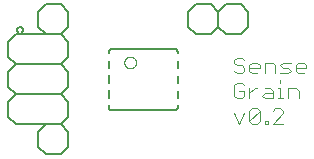
<source format=gto>
G75*
%MOIN*%
%OFA0B0*%
%FSLAX25Y25*%
%IPPOS*%
%LPD*%
%AMOC8*
5,1,8,0,0,1.08239X$1,22.5*
%
%ADD10C,0.00400*%
%ADD11C,0.00600*%
%ADD12C,0.00200*%
%ADD13C,0.00500*%
D10*
X0083735Y0017000D02*
X0082000Y0020470D01*
X0085470Y0020470D02*
X0083735Y0017000D01*
X0087156Y0017867D02*
X0090626Y0021337D01*
X0090626Y0017867D01*
X0089759Y0017000D01*
X0088024Y0017000D01*
X0087156Y0017867D01*
X0087156Y0021337D01*
X0088024Y0022204D01*
X0089759Y0022204D01*
X0090626Y0021337D01*
X0094891Y0021337D02*
X0095758Y0022204D01*
X0097493Y0022204D01*
X0098361Y0021337D01*
X0098361Y0020470D01*
X0094891Y0017000D01*
X0098361Y0017000D01*
X0093180Y0017000D02*
X0092313Y0017000D01*
X0092313Y0017867D01*
X0093180Y0017867D01*
X0093180Y0017000D01*
X0092321Y0025400D02*
X0091453Y0026267D01*
X0092321Y0027135D01*
X0094923Y0027135D01*
X0094923Y0028002D02*
X0094923Y0025400D01*
X0092321Y0025400D01*
X0096610Y0025400D02*
X0098345Y0025400D01*
X0097477Y0025400D02*
X0097477Y0028870D01*
X0096610Y0028870D01*
X0094923Y0028002D02*
X0094056Y0028870D01*
X0092321Y0028870D01*
X0089759Y0028870D02*
X0088891Y0028870D01*
X0087156Y0027135D01*
X0085470Y0028002D02*
X0085470Y0026267D01*
X0084602Y0025400D01*
X0082867Y0025400D01*
X0082000Y0026267D01*
X0082000Y0029737D01*
X0082867Y0030604D01*
X0084602Y0030604D01*
X0085470Y0029737D01*
X0087156Y0028870D02*
X0087156Y0025400D01*
X0085470Y0028002D02*
X0083735Y0028002D01*
X0084602Y0033800D02*
X0082867Y0033800D01*
X0082000Y0034667D01*
X0084602Y0033800D02*
X0085470Y0034667D01*
X0085470Y0035535D01*
X0084602Y0036402D01*
X0082867Y0036402D01*
X0082000Y0037270D01*
X0082000Y0038137D01*
X0082867Y0039004D01*
X0084602Y0039004D01*
X0085470Y0038137D01*
X0087156Y0036402D02*
X0088024Y0037270D01*
X0089759Y0037270D01*
X0090626Y0036402D01*
X0090626Y0035535D01*
X0087156Y0035535D01*
X0087156Y0036402D02*
X0087156Y0034667D01*
X0088024Y0033800D01*
X0089759Y0033800D01*
X0092313Y0033800D02*
X0092313Y0037270D01*
X0094915Y0037270D01*
X0095782Y0036402D01*
X0095782Y0033800D01*
X0097469Y0033800D02*
X0100071Y0033800D01*
X0100939Y0034667D01*
X0100071Y0035535D01*
X0098337Y0035535D01*
X0097469Y0036402D01*
X0098337Y0037270D01*
X0100939Y0037270D01*
X0102626Y0036402D02*
X0103493Y0037270D01*
X0105228Y0037270D01*
X0106095Y0036402D01*
X0106095Y0035535D01*
X0102626Y0035535D01*
X0102626Y0036402D02*
X0102626Y0034667D01*
X0103493Y0033800D01*
X0105228Y0033800D01*
X0097477Y0031472D02*
X0097477Y0030604D01*
X0100047Y0028870D02*
X0102650Y0028870D01*
X0103517Y0028002D01*
X0103517Y0025400D01*
X0100047Y0025400D02*
X0100047Y0028870D01*
D11*
X0019300Y0006800D02*
X0016800Y0009300D01*
X0016800Y0014300D01*
X0019300Y0016800D01*
X0024300Y0016800D01*
X0026800Y0014300D01*
X0026800Y0009300D01*
X0024300Y0006800D01*
X0019300Y0006800D01*
X0024300Y0016800D02*
X0009300Y0016800D01*
X0006800Y0019300D01*
X0006800Y0024300D01*
X0009300Y0026800D01*
X0024300Y0026800D01*
X0026800Y0024300D01*
X0026800Y0019300D01*
X0024300Y0016800D01*
X0040284Y0022627D02*
X0040284Y0023139D01*
X0040285Y0022548D02*
X0040287Y0022486D01*
X0040293Y0022425D01*
X0040302Y0022364D01*
X0040316Y0022303D01*
X0040333Y0022244D01*
X0040354Y0022186D01*
X0040379Y0022129D01*
X0040407Y0022074D01*
X0040438Y0022021D01*
X0040473Y0021970D01*
X0040511Y0021921D01*
X0040552Y0021874D01*
X0040595Y0021831D01*
X0040642Y0021790D01*
X0040691Y0021752D01*
X0040742Y0021717D01*
X0040795Y0021686D01*
X0040850Y0021658D01*
X0040907Y0021633D01*
X0040965Y0021612D01*
X0041024Y0021595D01*
X0041085Y0021581D01*
X0041146Y0021572D01*
X0041207Y0021566D01*
X0041269Y0021564D01*
X0062233Y0021564D01*
X0062295Y0021566D01*
X0062356Y0021572D01*
X0062417Y0021581D01*
X0062478Y0021595D01*
X0062537Y0021612D01*
X0062595Y0021633D01*
X0062652Y0021658D01*
X0062707Y0021686D01*
X0062760Y0021717D01*
X0062811Y0021752D01*
X0062860Y0021790D01*
X0062907Y0021831D01*
X0062950Y0021874D01*
X0062991Y0021921D01*
X0063029Y0021970D01*
X0063064Y0022021D01*
X0063095Y0022074D01*
X0063123Y0022129D01*
X0063148Y0022186D01*
X0063169Y0022244D01*
X0063186Y0022303D01*
X0063200Y0022364D01*
X0063209Y0022425D01*
X0063215Y0022486D01*
X0063217Y0022548D01*
X0063217Y0022509D02*
X0063217Y0023099D01*
X0063217Y0025540D02*
X0063217Y0028060D01*
X0063217Y0030540D02*
X0063217Y0033060D01*
X0063217Y0035540D02*
X0063217Y0038060D01*
X0063217Y0040501D02*
X0063217Y0041013D01*
X0063217Y0041052D02*
X0063215Y0041114D01*
X0063209Y0041175D01*
X0063200Y0041236D01*
X0063186Y0041297D01*
X0063169Y0041356D01*
X0063148Y0041414D01*
X0063123Y0041471D01*
X0063095Y0041526D01*
X0063064Y0041579D01*
X0063029Y0041630D01*
X0062991Y0041679D01*
X0062950Y0041726D01*
X0062907Y0041769D01*
X0062860Y0041810D01*
X0062811Y0041848D01*
X0062760Y0041883D01*
X0062707Y0041914D01*
X0062652Y0041942D01*
X0062595Y0041967D01*
X0062537Y0041988D01*
X0062478Y0042005D01*
X0062417Y0042019D01*
X0062356Y0042028D01*
X0062295Y0042034D01*
X0062233Y0042036D01*
X0041308Y0042036D01*
X0041269Y0042036D02*
X0041207Y0042034D01*
X0041146Y0042028D01*
X0041085Y0042019D01*
X0041024Y0042005D01*
X0040965Y0041988D01*
X0040907Y0041967D01*
X0040850Y0041942D01*
X0040795Y0041914D01*
X0040742Y0041883D01*
X0040691Y0041848D01*
X0040642Y0041810D01*
X0040595Y0041769D01*
X0040552Y0041726D01*
X0040511Y0041679D01*
X0040473Y0041630D01*
X0040438Y0041579D01*
X0040407Y0041526D01*
X0040379Y0041471D01*
X0040354Y0041414D01*
X0040333Y0041356D01*
X0040316Y0041297D01*
X0040302Y0041236D01*
X0040293Y0041175D01*
X0040287Y0041114D01*
X0040285Y0041052D01*
X0040284Y0041013D02*
X0040284Y0040501D01*
X0040284Y0038060D02*
X0040284Y0035540D01*
X0040284Y0033099D02*
X0040284Y0030540D01*
X0040284Y0028099D02*
X0040284Y0025540D01*
X0026800Y0029300D02*
X0024300Y0026800D01*
X0026800Y0029300D02*
X0026800Y0034300D01*
X0024300Y0036800D01*
X0009300Y0036800D01*
X0006800Y0034300D01*
X0006800Y0029300D01*
X0009300Y0026800D01*
X0009300Y0036800D02*
X0006800Y0039300D01*
X0006800Y0044300D01*
X0009300Y0046800D01*
X0024300Y0046800D01*
X0019300Y0046800D01*
X0016800Y0049300D01*
X0016800Y0054300D01*
X0019300Y0056800D01*
X0024300Y0056800D01*
X0026800Y0054300D01*
X0026800Y0049300D01*
X0024300Y0046800D01*
X0026800Y0044300D01*
X0026800Y0039300D01*
X0024300Y0036800D01*
X0066800Y0049300D02*
X0066800Y0054300D01*
X0069300Y0056800D01*
X0074300Y0056800D01*
X0076800Y0054300D01*
X0076800Y0049300D01*
X0074300Y0046800D01*
X0069300Y0046800D01*
X0066800Y0049300D01*
X0076800Y0049300D02*
X0079300Y0046800D01*
X0084300Y0046800D01*
X0086800Y0049300D01*
X0086800Y0054300D01*
X0084300Y0056800D01*
X0079300Y0056800D01*
X0076800Y0054300D01*
X0076800Y0049300D01*
D12*
X0045441Y0037391D02*
X0045443Y0037479D01*
X0045449Y0037567D01*
X0045459Y0037655D01*
X0045473Y0037743D01*
X0045490Y0037829D01*
X0045512Y0037915D01*
X0045537Y0037999D01*
X0045567Y0038083D01*
X0045599Y0038165D01*
X0045636Y0038245D01*
X0045676Y0038324D01*
X0045720Y0038401D01*
X0045767Y0038476D01*
X0045817Y0038548D01*
X0045871Y0038619D01*
X0045927Y0038686D01*
X0045987Y0038752D01*
X0046049Y0038814D01*
X0046115Y0038874D01*
X0046182Y0038930D01*
X0046253Y0038984D01*
X0046325Y0039034D01*
X0046400Y0039081D01*
X0046477Y0039125D01*
X0046556Y0039165D01*
X0046636Y0039202D01*
X0046718Y0039234D01*
X0046802Y0039264D01*
X0046886Y0039289D01*
X0046972Y0039311D01*
X0047058Y0039328D01*
X0047146Y0039342D01*
X0047234Y0039352D01*
X0047322Y0039358D01*
X0047410Y0039360D01*
X0047498Y0039358D01*
X0047586Y0039352D01*
X0047674Y0039342D01*
X0047762Y0039328D01*
X0047848Y0039311D01*
X0047934Y0039289D01*
X0048018Y0039264D01*
X0048102Y0039234D01*
X0048184Y0039202D01*
X0048264Y0039165D01*
X0048343Y0039125D01*
X0048420Y0039081D01*
X0048495Y0039034D01*
X0048567Y0038984D01*
X0048638Y0038930D01*
X0048705Y0038874D01*
X0048771Y0038814D01*
X0048833Y0038752D01*
X0048893Y0038686D01*
X0048949Y0038619D01*
X0049003Y0038548D01*
X0049053Y0038476D01*
X0049100Y0038401D01*
X0049144Y0038324D01*
X0049184Y0038245D01*
X0049221Y0038165D01*
X0049253Y0038083D01*
X0049283Y0037999D01*
X0049308Y0037915D01*
X0049330Y0037829D01*
X0049347Y0037743D01*
X0049361Y0037655D01*
X0049371Y0037567D01*
X0049377Y0037479D01*
X0049379Y0037391D01*
X0049377Y0037303D01*
X0049371Y0037215D01*
X0049361Y0037127D01*
X0049347Y0037039D01*
X0049330Y0036953D01*
X0049308Y0036867D01*
X0049283Y0036783D01*
X0049253Y0036699D01*
X0049221Y0036617D01*
X0049184Y0036537D01*
X0049144Y0036458D01*
X0049100Y0036381D01*
X0049053Y0036306D01*
X0049003Y0036234D01*
X0048949Y0036163D01*
X0048893Y0036096D01*
X0048833Y0036030D01*
X0048771Y0035968D01*
X0048705Y0035908D01*
X0048638Y0035852D01*
X0048567Y0035798D01*
X0048495Y0035748D01*
X0048420Y0035701D01*
X0048343Y0035657D01*
X0048264Y0035617D01*
X0048184Y0035580D01*
X0048102Y0035548D01*
X0048018Y0035518D01*
X0047934Y0035493D01*
X0047848Y0035471D01*
X0047762Y0035454D01*
X0047674Y0035440D01*
X0047586Y0035430D01*
X0047498Y0035424D01*
X0047410Y0035422D01*
X0047322Y0035424D01*
X0047234Y0035430D01*
X0047146Y0035440D01*
X0047058Y0035454D01*
X0046972Y0035471D01*
X0046886Y0035493D01*
X0046802Y0035518D01*
X0046718Y0035548D01*
X0046636Y0035580D01*
X0046556Y0035617D01*
X0046477Y0035657D01*
X0046400Y0035701D01*
X0046325Y0035748D01*
X0046253Y0035798D01*
X0046182Y0035852D01*
X0046115Y0035908D01*
X0046049Y0035968D01*
X0045987Y0036030D01*
X0045927Y0036096D01*
X0045871Y0036163D01*
X0045817Y0036234D01*
X0045767Y0036306D01*
X0045720Y0036381D01*
X0045676Y0036458D01*
X0045636Y0036537D01*
X0045599Y0036617D01*
X0045567Y0036699D01*
X0045537Y0036783D01*
X0045512Y0036867D01*
X0045490Y0036953D01*
X0045473Y0037039D01*
X0045459Y0037127D01*
X0045449Y0037215D01*
X0045443Y0037303D01*
X0045441Y0037391D01*
D13*
X0011798Y0047801D02*
X0011047Y0047050D01*
X0010297Y0047050D01*
X0009546Y0047801D01*
X0009546Y0048551D01*
X0010297Y0049302D01*
X0011047Y0049302D01*
X0011798Y0048551D01*
X0011798Y0047801D01*
M02*

</source>
